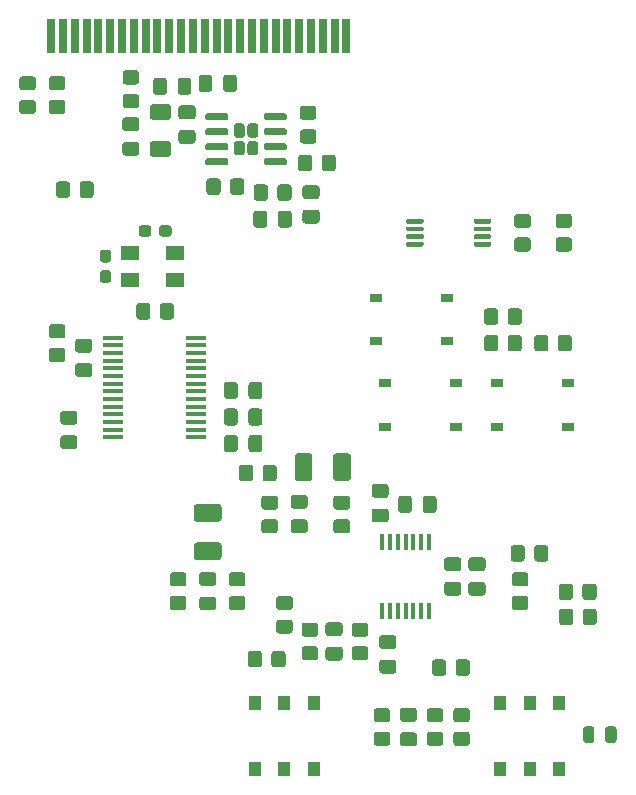
<source format=gtp>
G04 #@! TF.GenerationSoftware,KiCad,Pcbnew,(5.1.7)-1*
G04 #@! TF.CreationDate,2022-01-01T19:06:31+01:00*
G04 #@! TF.ProjectId,expressDAC,65787072-6573-4734-9441-432e6b696361,rev?*
G04 #@! TF.SameCoordinates,Original*
G04 #@! TF.FileFunction,Paste,Top*
G04 #@! TF.FilePolarity,Positive*
%FSLAX46Y46*%
G04 Gerber Fmt 4.6, Leading zero omitted, Abs format (unit mm)*
G04 Created by KiCad (PCBNEW (5.1.7)-1) date 2022-01-01 19:06:31*
%MOMM*%
%LPD*%
G01*
G04 APERTURE LIST*
%ADD10R,0.700000X3.000000*%
%ADD11R,1.000000X1.150000*%
%ADD12R,1.000000X0.700000*%
%ADD13R,1.800000X0.450000*%
%ADD14R,0.450000X1.475000*%
%ADD15R,1.600000X1.300000*%
G04 APERTURE END LIST*
D10*
X72000000Y-39500000D03*
X71000000Y-39500000D03*
X70000000Y-39500000D03*
X69000000Y-39500000D03*
X68000000Y-39500000D03*
X67000000Y-39500000D03*
X66000000Y-39500000D03*
X65000000Y-39500000D03*
X64000000Y-39500000D03*
X63000000Y-39500000D03*
X62000000Y-39500000D03*
X61000000Y-39500000D03*
X60000000Y-39500000D03*
X59000000Y-39500000D03*
X58000000Y-39500000D03*
X57000000Y-39500000D03*
X56000000Y-39500000D03*
X55000000Y-39500000D03*
X54000000Y-39500000D03*
X53000000Y-39500000D03*
X52000000Y-39500000D03*
X51000000Y-39500000D03*
X50000000Y-39500000D03*
X49000000Y-39500000D03*
X48000000Y-39500000D03*
X47000000Y-39500000D03*
G36*
G01*
X75975000Y-93475000D02*
X75025000Y-93475000D01*
G75*
G02*
X74775000Y-93225000I0J250000D01*
G01*
X74775000Y-92550000D01*
G75*
G02*
X75025000Y-92300000I250000J0D01*
G01*
X75975000Y-92300000D01*
G75*
G02*
X76225000Y-92550000I0J-250000D01*
G01*
X76225000Y-93225000D01*
G75*
G02*
X75975000Y-93475000I-250000J0D01*
G01*
G37*
G36*
G01*
X75975000Y-91400000D02*
X75025000Y-91400000D01*
G75*
G02*
X74775000Y-91150000I0J250000D01*
G01*
X74775000Y-90475000D01*
G75*
G02*
X75025000Y-90225000I250000J0D01*
G01*
X75975000Y-90225000D01*
G75*
G02*
X76225000Y-90475000I0J-250000D01*
G01*
X76225000Y-91150000D01*
G75*
G02*
X75975000Y-91400000I-250000J0D01*
G01*
G37*
G36*
G01*
X92000000Y-89125001D02*
X92000000Y-88224999D01*
G75*
G02*
X92249999Y-87975000I249999J0D01*
G01*
X92950001Y-87975000D01*
G75*
G02*
X93200000Y-88224999I0J-249999D01*
G01*
X93200000Y-89125001D01*
G75*
G02*
X92950001Y-89375000I-249999J0D01*
G01*
X92249999Y-89375000D01*
G75*
G02*
X92000000Y-89125001I0J249999D01*
G01*
G37*
G36*
G01*
X90000000Y-89125001D02*
X90000000Y-88224999D01*
G75*
G02*
X90249999Y-87975000I249999J0D01*
G01*
X90950001Y-87975000D01*
G75*
G02*
X91200000Y-88224999I0J-249999D01*
G01*
X91200000Y-89125001D01*
G75*
G02*
X90950001Y-89375000I-249999J0D01*
G01*
X90249999Y-89375000D01*
G75*
G02*
X90000000Y-89125001I0J249999D01*
G01*
G37*
G36*
G01*
X91175000Y-86099999D02*
X91175000Y-87000001D01*
G75*
G02*
X90925001Y-87250000I-249999J0D01*
G01*
X90224999Y-87250000D01*
G75*
G02*
X89975000Y-87000001I0J249999D01*
G01*
X89975000Y-86099999D01*
G75*
G02*
X90224999Y-85850000I249999J0D01*
G01*
X90925001Y-85850000D01*
G75*
G02*
X91175000Y-86099999I0J-249999D01*
G01*
G37*
G36*
G01*
X93175000Y-86099999D02*
X93175000Y-87000001D01*
G75*
G02*
X92925001Y-87250000I-249999J0D01*
G01*
X92224999Y-87250000D01*
G75*
G02*
X91975000Y-87000001I0J249999D01*
G01*
X91975000Y-86099999D01*
G75*
G02*
X92224999Y-85850000I249999J0D01*
G01*
X92925001Y-85850000D01*
G75*
G02*
X93175000Y-86099999I0J-249999D01*
G01*
G37*
G36*
G01*
X93000000Y-98193750D02*
X93000000Y-99106250D01*
G75*
G02*
X92756250Y-99350000I-243750J0D01*
G01*
X92268750Y-99350000D01*
G75*
G02*
X92025000Y-99106250I0J243750D01*
G01*
X92025000Y-98193750D01*
G75*
G02*
X92268750Y-97950000I243750J0D01*
G01*
X92756250Y-97950000D01*
G75*
G02*
X93000000Y-98193750I0J-243750D01*
G01*
G37*
G36*
G01*
X94875000Y-98193750D02*
X94875000Y-99106250D01*
G75*
G02*
X94631250Y-99350000I-243750J0D01*
G01*
X94143750Y-99350000D01*
G75*
G02*
X93900000Y-99106250I0J243750D01*
G01*
X93900000Y-98193750D01*
G75*
G02*
X94143750Y-97950000I243750J0D01*
G01*
X94631250Y-97950000D01*
G75*
G02*
X94875000Y-98193750I0J-243750D01*
G01*
G37*
G36*
G01*
X63390000Y-47125000D02*
X63390000Y-47875000D01*
G75*
G02*
X63160000Y-48105000I-230000J0D01*
G01*
X62700000Y-48105000D01*
G75*
G02*
X62470000Y-47875000I0J230000D01*
G01*
X62470000Y-47125000D01*
G75*
G02*
X62700000Y-46895000I230000J0D01*
G01*
X63160000Y-46895000D01*
G75*
G02*
X63390000Y-47125000I0J-230000D01*
G01*
G37*
G36*
G01*
X63390000Y-48625000D02*
X63390000Y-49375000D01*
G75*
G02*
X63160000Y-49605000I-230000J0D01*
G01*
X62700000Y-49605000D01*
G75*
G02*
X62470000Y-49375000I0J230000D01*
G01*
X62470000Y-48625000D01*
G75*
G02*
X62700000Y-48395000I230000J0D01*
G01*
X63160000Y-48395000D01*
G75*
G02*
X63390000Y-48625000I0J-230000D01*
G01*
G37*
G36*
G01*
X64530000Y-47125000D02*
X64530000Y-47875000D01*
G75*
G02*
X64300000Y-48105000I-230000J0D01*
G01*
X63840000Y-48105000D01*
G75*
G02*
X63610000Y-47875000I0J230000D01*
G01*
X63610000Y-47125000D01*
G75*
G02*
X63840000Y-46895000I230000J0D01*
G01*
X64300000Y-46895000D01*
G75*
G02*
X64530000Y-47125000I0J-230000D01*
G01*
G37*
G36*
G01*
X64530000Y-48625000D02*
X64530000Y-49375000D01*
G75*
G02*
X64300000Y-49605000I-230000J0D01*
G01*
X63840000Y-49605000D01*
G75*
G02*
X63610000Y-49375000I0J230000D01*
G01*
X63610000Y-48625000D01*
G75*
G02*
X63840000Y-48395000I230000J0D01*
G01*
X64300000Y-48395000D01*
G75*
G02*
X64530000Y-48625000I0J-230000D01*
G01*
G37*
G36*
G01*
X62000000Y-50005000D02*
X62000000Y-50305000D01*
G75*
G02*
X61850000Y-50455000I-150000J0D01*
G01*
X60200000Y-50455000D01*
G75*
G02*
X60050000Y-50305000I0J150000D01*
G01*
X60050000Y-50005000D01*
G75*
G02*
X60200000Y-49855000I150000J0D01*
G01*
X61850000Y-49855000D01*
G75*
G02*
X62000000Y-50005000I0J-150000D01*
G01*
G37*
G36*
G01*
X62000000Y-48735000D02*
X62000000Y-49035000D01*
G75*
G02*
X61850000Y-49185000I-150000J0D01*
G01*
X60200000Y-49185000D01*
G75*
G02*
X60050000Y-49035000I0J150000D01*
G01*
X60050000Y-48735000D01*
G75*
G02*
X60200000Y-48585000I150000J0D01*
G01*
X61850000Y-48585000D01*
G75*
G02*
X62000000Y-48735000I0J-150000D01*
G01*
G37*
G36*
G01*
X62000000Y-47465000D02*
X62000000Y-47765000D01*
G75*
G02*
X61850000Y-47915000I-150000J0D01*
G01*
X60200000Y-47915000D01*
G75*
G02*
X60050000Y-47765000I0J150000D01*
G01*
X60050000Y-47465000D01*
G75*
G02*
X60200000Y-47315000I150000J0D01*
G01*
X61850000Y-47315000D01*
G75*
G02*
X62000000Y-47465000I0J-150000D01*
G01*
G37*
G36*
G01*
X62000000Y-46195000D02*
X62000000Y-46495000D01*
G75*
G02*
X61850000Y-46645000I-150000J0D01*
G01*
X60200000Y-46645000D01*
G75*
G02*
X60050000Y-46495000I0J150000D01*
G01*
X60050000Y-46195000D01*
G75*
G02*
X60200000Y-46045000I150000J0D01*
G01*
X61850000Y-46045000D01*
G75*
G02*
X62000000Y-46195000I0J-150000D01*
G01*
G37*
G36*
G01*
X66950000Y-46195000D02*
X66950000Y-46495000D01*
G75*
G02*
X66800000Y-46645000I-150000J0D01*
G01*
X65150000Y-46645000D01*
G75*
G02*
X65000000Y-46495000I0J150000D01*
G01*
X65000000Y-46195000D01*
G75*
G02*
X65150000Y-46045000I150000J0D01*
G01*
X66800000Y-46045000D01*
G75*
G02*
X66950000Y-46195000I0J-150000D01*
G01*
G37*
G36*
G01*
X66950000Y-47465000D02*
X66950000Y-47765000D01*
G75*
G02*
X66800000Y-47915000I-150000J0D01*
G01*
X65150000Y-47915000D01*
G75*
G02*
X65000000Y-47765000I0J150000D01*
G01*
X65000000Y-47465000D01*
G75*
G02*
X65150000Y-47315000I150000J0D01*
G01*
X66800000Y-47315000D01*
G75*
G02*
X66950000Y-47465000I0J-150000D01*
G01*
G37*
G36*
G01*
X66950000Y-48735000D02*
X66950000Y-49035000D01*
G75*
G02*
X66800000Y-49185000I-150000J0D01*
G01*
X65150000Y-49185000D01*
G75*
G02*
X65000000Y-49035000I0J150000D01*
G01*
X65000000Y-48735000D01*
G75*
G02*
X65150000Y-48585000I150000J0D01*
G01*
X66800000Y-48585000D01*
G75*
G02*
X66950000Y-48735000I0J-150000D01*
G01*
G37*
G36*
G01*
X66950000Y-50005000D02*
X66950000Y-50305000D01*
G75*
G02*
X66800000Y-50455000I-150000J0D01*
G01*
X65150000Y-50455000D01*
G75*
G02*
X65000000Y-50305000I0J150000D01*
G01*
X65000000Y-50005000D01*
G75*
G02*
X65150000Y-49855000I150000J0D01*
G01*
X66800000Y-49855000D01*
G75*
G02*
X66950000Y-50005000I0J-150000D01*
G01*
G37*
G36*
G01*
X66200000Y-55475000D02*
X66200000Y-54525000D01*
G75*
G02*
X66450000Y-54275000I250000J0D01*
G01*
X67125000Y-54275000D01*
G75*
G02*
X67375000Y-54525000I0J-250000D01*
G01*
X67375000Y-55475000D01*
G75*
G02*
X67125000Y-55725000I-250000J0D01*
G01*
X66450000Y-55725000D01*
G75*
G02*
X66200000Y-55475000I0J250000D01*
G01*
G37*
G36*
G01*
X64125000Y-55475000D02*
X64125000Y-54525000D01*
G75*
G02*
X64375000Y-54275000I250000J0D01*
G01*
X65050000Y-54275000D01*
G75*
G02*
X65300000Y-54525000I0J-250000D01*
G01*
X65300000Y-55475000D01*
G75*
G02*
X65050000Y-55725000I-250000J0D01*
G01*
X64375000Y-55725000D01*
G75*
G02*
X64125000Y-55475000I0J250000D01*
G01*
G37*
G36*
G01*
X68525000Y-52125000D02*
X69475000Y-52125000D01*
G75*
G02*
X69725000Y-52375000I0J-250000D01*
G01*
X69725000Y-53050000D01*
G75*
G02*
X69475000Y-53300000I-250000J0D01*
G01*
X68525000Y-53300000D01*
G75*
G02*
X68275000Y-53050000I0J250000D01*
G01*
X68275000Y-52375000D01*
G75*
G02*
X68525000Y-52125000I250000J0D01*
G01*
G37*
G36*
G01*
X68525000Y-54200000D02*
X69475000Y-54200000D01*
G75*
G02*
X69725000Y-54450000I0J-250000D01*
G01*
X69725000Y-55125000D01*
G75*
G02*
X69475000Y-55375000I-250000J0D01*
G01*
X68525000Y-55375000D01*
G75*
G02*
X68275000Y-55125000I0J250000D01*
G01*
X68275000Y-54450000D01*
G75*
G02*
X68525000Y-54200000I250000J0D01*
G01*
G37*
G36*
G01*
X57700000Y-44225000D02*
X57700000Y-43275000D01*
G75*
G02*
X57950000Y-43025000I250000J0D01*
G01*
X58625000Y-43025000D01*
G75*
G02*
X58875000Y-43275000I0J-250000D01*
G01*
X58875000Y-44225000D01*
G75*
G02*
X58625000Y-44475000I-250000J0D01*
G01*
X57950000Y-44475000D01*
G75*
G02*
X57700000Y-44225000I0J250000D01*
G01*
G37*
G36*
G01*
X55625000Y-44225000D02*
X55625000Y-43275000D01*
G75*
G02*
X55875000Y-43025000I250000J0D01*
G01*
X56550000Y-43025000D01*
G75*
G02*
X56800000Y-43275000I0J-250000D01*
G01*
X56800000Y-44225000D01*
G75*
G02*
X56550000Y-44475000I-250000J0D01*
G01*
X55875000Y-44475000D01*
G75*
G02*
X55625000Y-44225000I0J250000D01*
G01*
G37*
G36*
G01*
X54225000Y-47550000D02*
X53275000Y-47550000D01*
G75*
G02*
X53025000Y-47300000I0J250000D01*
G01*
X53025000Y-46625000D01*
G75*
G02*
X53275000Y-46375000I250000J0D01*
G01*
X54225000Y-46375000D01*
G75*
G02*
X54475000Y-46625000I0J-250000D01*
G01*
X54475000Y-47300000D01*
G75*
G02*
X54225000Y-47550000I-250000J0D01*
G01*
G37*
G36*
G01*
X54225000Y-49625000D02*
X53275000Y-49625000D01*
G75*
G02*
X53025000Y-49375000I0J250000D01*
G01*
X53025000Y-48700000D01*
G75*
G02*
X53275000Y-48450000I250000J0D01*
G01*
X54225000Y-48450000D01*
G75*
G02*
X54475000Y-48700000I0J-250000D01*
G01*
X54475000Y-49375000D01*
G75*
G02*
X54225000Y-49625000I-250000J0D01*
G01*
G37*
G36*
G01*
X58975000Y-48625000D02*
X58025000Y-48625000D01*
G75*
G02*
X57775000Y-48375000I0J250000D01*
G01*
X57775000Y-47700000D01*
G75*
G02*
X58025000Y-47450000I250000J0D01*
G01*
X58975000Y-47450000D01*
G75*
G02*
X59225000Y-47700000I0J-250000D01*
G01*
X59225000Y-48375000D01*
G75*
G02*
X58975000Y-48625000I-250000J0D01*
G01*
G37*
G36*
G01*
X58975000Y-46550000D02*
X58025000Y-46550000D01*
G75*
G02*
X57775000Y-46300000I0J250000D01*
G01*
X57775000Y-45625000D01*
G75*
G02*
X58025000Y-45375000I250000J0D01*
G01*
X58975000Y-45375000D01*
G75*
G02*
X59225000Y-45625000I0J-250000D01*
G01*
X59225000Y-46300000D01*
G75*
G02*
X58975000Y-46550000I-250000J0D01*
G01*
G37*
G36*
G01*
X50225000Y-68375000D02*
X49275000Y-68375000D01*
G75*
G02*
X49025000Y-68125000I0J250000D01*
G01*
X49025000Y-67450000D01*
G75*
G02*
X49275000Y-67200000I250000J0D01*
G01*
X50225000Y-67200000D01*
G75*
G02*
X50475000Y-67450000I0J-250000D01*
G01*
X50475000Y-68125000D01*
G75*
G02*
X50225000Y-68375000I-250000J0D01*
G01*
G37*
G36*
G01*
X50225000Y-66300000D02*
X49275000Y-66300000D01*
G75*
G02*
X49025000Y-66050000I0J250000D01*
G01*
X49025000Y-65375000D01*
G75*
G02*
X49275000Y-65125000I250000J0D01*
G01*
X50225000Y-65125000D01*
G75*
G02*
X50475000Y-65375000I0J-250000D01*
G01*
X50475000Y-66050000D01*
G75*
G02*
X50225000Y-66300000I-250000J0D01*
G01*
G37*
G36*
G01*
X48975000Y-72400000D02*
X48025000Y-72400000D01*
G75*
G02*
X47775000Y-72150000I0J250000D01*
G01*
X47775000Y-71475000D01*
G75*
G02*
X48025000Y-71225000I250000J0D01*
G01*
X48975000Y-71225000D01*
G75*
G02*
X49225000Y-71475000I0J-250000D01*
G01*
X49225000Y-72150000D01*
G75*
G02*
X48975000Y-72400000I-250000J0D01*
G01*
G37*
G36*
G01*
X48975000Y-74475000D02*
X48025000Y-74475000D01*
G75*
G02*
X47775000Y-74225000I0J250000D01*
G01*
X47775000Y-73550000D01*
G75*
G02*
X48025000Y-73300000I250000J0D01*
G01*
X48975000Y-73300000D01*
G75*
G02*
X49225000Y-73550000I0J-250000D01*
G01*
X49225000Y-74225000D01*
G75*
G02*
X48975000Y-74475000I-250000J0D01*
G01*
G37*
G36*
G01*
X61625000Y-72225000D02*
X61625000Y-71275000D01*
G75*
G02*
X61875000Y-71025000I250000J0D01*
G01*
X62550000Y-71025000D01*
G75*
G02*
X62800000Y-71275000I0J-250000D01*
G01*
X62800000Y-72225000D01*
G75*
G02*
X62550000Y-72475000I-250000J0D01*
G01*
X61875000Y-72475000D01*
G75*
G02*
X61625000Y-72225000I0J250000D01*
G01*
G37*
G36*
G01*
X63700000Y-72225000D02*
X63700000Y-71275000D01*
G75*
G02*
X63950000Y-71025000I250000J0D01*
G01*
X64625000Y-71025000D01*
G75*
G02*
X64875000Y-71275000I0J-250000D01*
G01*
X64875000Y-72225000D01*
G75*
G02*
X64625000Y-72475000I-250000J0D01*
G01*
X63950000Y-72475000D01*
G75*
G02*
X63700000Y-72225000I0J250000D01*
G01*
G37*
G36*
G01*
X61625000Y-69975000D02*
X61625000Y-69025000D01*
G75*
G02*
X61875000Y-68775000I250000J0D01*
G01*
X62550000Y-68775000D01*
G75*
G02*
X62800000Y-69025000I0J-250000D01*
G01*
X62800000Y-69975000D01*
G75*
G02*
X62550000Y-70225000I-250000J0D01*
G01*
X61875000Y-70225000D01*
G75*
G02*
X61625000Y-69975000I0J250000D01*
G01*
G37*
G36*
G01*
X63700000Y-69975000D02*
X63700000Y-69025000D01*
G75*
G02*
X63950000Y-68775000I250000J0D01*
G01*
X64625000Y-68775000D01*
G75*
G02*
X64875000Y-69025000I0J-250000D01*
G01*
X64875000Y-69975000D01*
G75*
G02*
X64625000Y-70225000I-250000J0D01*
G01*
X63950000Y-70225000D01*
G75*
G02*
X63700000Y-69975000I0J250000D01*
G01*
G37*
G36*
G01*
X63700000Y-74475000D02*
X63700000Y-73525000D01*
G75*
G02*
X63950000Y-73275000I250000J0D01*
G01*
X64625000Y-73275000D01*
G75*
G02*
X64875000Y-73525000I0J-250000D01*
G01*
X64875000Y-74475000D01*
G75*
G02*
X64625000Y-74725000I-250000J0D01*
G01*
X63950000Y-74725000D01*
G75*
G02*
X63700000Y-74475000I0J250000D01*
G01*
G37*
G36*
G01*
X61625000Y-74475000D02*
X61625000Y-73525000D01*
G75*
G02*
X61875000Y-73275000I250000J0D01*
G01*
X62550000Y-73275000D01*
G75*
G02*
X62800000Y-73525000I0J-250000D01*
G01*
X62800000Y-74475000D01*
G75*
G02*
X62550000Y-74725000I-250000J0D01*
G01*
X61875000Y-74725000D01*
G75*
G02*
X61625000Y-74475000I0J250000D01*
G01*
G37*
G36*
G01*
X60725000Y-86050000D02*
X59775000Y-86050000D01*
G75*
G02*
X59525000Y-85800000I0J250000D01*
G01*
X59525000Y-85125000D01*
G75*
G02*
X59775000Y-84875000I250000J0D01*
G01*
X60725000Y-84875000D01*
G75*
G02*
X60975000Y-85125000I0J-250000D01*
G01*
X60975000Y-85800000D01*
G75*
G02*
X60725000Y-86050000I-250000J0D01*
G01*
G37*
G36*
G01*
X60725000Y-88125000D02*
X59775000Y-88125000D01*
G75*
G02*
X59525000Y-87875000I0J250000D01*
G01*
X59525000Y-87200000D01*
G75*
G02*
X59775000Y-86950000I250000J0D01*
G01*
X60725000Y-86950000D01*
G75*
G02*
X60975000Y-87200000I0J-250000D01*
G01*
X60975000Y-87875000D01*
G75*
G02*
X60725000Y-88125000I-250000J0D01*
G01*
G37*
G36*
G01*
X61175000Y-80625000D02*
X59325000Y-80625000D01*
G75*
G02*
X59075000Y-80375000I0J250000D01*
G01*
X59075000Y-79375000D01*
G75*
G02*
X59325000Y-79125000I250000J0D01*
G01*
X61175000Y-79125000D01*
G75*
G02*
X61425000Y-79375000I0J-250000D01*
G01*
X61425000Y-80375000D01*
G75*
G02*
X61175000Y-80625000I-250000J0D01*
G01*
G37*
G36*
G01*
X61175000Y-83875000D02*
X59325000Y-83875000D01*
G75*
G02*
X59075000Y-83625000I0J250000D01*
G01*
X59075000Y-82625000D01*
G75*
G02*
X59325000Y-82375000I250000J0D01*
G01*
X61175000Y-82375000D01*
G75*
G02*
X61425000Y-82625000I0J-250000D01*
G01*
X61425000Y-83625000D01*
G75*
G02*
X61175000Y-83875000I-250000J0D01*
G01*
G37*
G36*
G01*
X71425000Y-92375000D02*
X70475000Y-92375000D01*
G75*
G02*
X70225000Y-92125000I0J250000D01*
G01*
X70225000Y-91450000D01*
G75*
G02*
X70475000Y-91200000I250000J0D01*
G01*
X71425000Y-91200000D01*
G75*
G02*
X71675000Y-91450000I0J-250000D01*
G01*
X71675000Y-92125000D01*
G75*
G02*
X71425000Y-92375000I-250000J0D01*
G01*
G37*
G36*
G01*
X71425000Y-90300000D02*
X70475000Y-90300000D01*
G75*
G02*
X70225000Y-90050000I0J250000D01*
G01*
X70225000Y-89375000D01*
G75*
G02*
X70475000Y-89125000I250000J0D01*
G01*
X71425000Y-89125000D01*
G75*
G02*
X71675000Y-89375000I0J-250000D01*
G01*
X71675000Y-90050000D01*
G75*
G02*
X71425000Y-90300000I-250000J0D01*
G01*
G37*
G36*
G01*
X74375000Y-79500000D02*
X75325000Y-79500000D01*
G75*
G02*
X75575000Y-79750000I0J-250000D01*
G01*
X75575000Y-80425000D01*
G75*
G02*
X75325000Y-80675000I-250000J0D01*
G01*
X74375000Y-80675000D01*
G75*
G02*
X74125000Y-80425000I0J250000D01*
G01*
X74125000Y-79750000D01*
G75*
G02*
X74375000Y-79500000I250000J0D01*
G01*
G37*
G36*
G01*
X74375000Y-77425000D02*
X75325000Y-77425000D01*
G75*
G02*
X75575000Y-77675000I0J-250000D01*
G01*
X75575000Y-78350000D01*
G75*
G02*
X75325000Y-78600000I-250000J0D01*
G01*
X74375000Y-78600000D01*
G75*
G02*
X74125000Y-78350000I0J250000D01*
G01*
X74125000Y-77675000D01*
G75*
G02*
X74375000Y-77425000I250000J0D01*
G01*
G37*
G36*
G01*
X79625000Y-78675000D02*
X79625000Y-79625000D01*
G75*
G02*
X79375000Y-79875000I-250000J0D01*
G01*
X78700000Y-79875000D01*
G75*
G02*
X78450000Y-79625000I0J250000D01*
G01*
X78450000Y-78675000D01*
G75*
G02*
X78700000Y-78425000I250000J0D01*
G01*
X79375000Y-78425000D01*
G75*
G02*
X79625000Y-78675000I0J-250000D01*
G01*
G37*
G36*
G01*
X77550000Y-78675000D02*
X77550000Y-79625000D01*
G75*
G02*
X77300000Y-79875000I-250000J0D01*
G01*
X76625000Y-79875000D01*
G75*
G02*
X76375000Y-79625000I0J250000D01*
G01*
X76375000Y-78675000D01*
G75*
G02*
X76625000Y-78425000I250000J0D01*
G01*
X77300000Y-78425000D01*
G75*
G02*
X77550000Y-78675000I0J-250000D01*
G01*
G37*
G36*
G01*
X83525000Y-86875000D02*
X82575000Y-86875000D01*
G75*
G02*
X82325000Y-86625000I0J250000D01*
G01*
X82325000Y-85950000D01*
G75*
G02*
X82575000Y-85700000I250000J0D01*
G01*
X83525000Y-85700000D01*
G75*
G02*
X83775000Y-85950000I0J-250000D01*
G01*
X83775000Y-86625000D01*
G75*
G02*
X83525000Y-86875000I-250000J0D01*
G01*
G37*
G36*
G01*
X83525000Y-84800000D02*
X82575000Y-84800000D01*
G75*
G02*
X82325000Y-84550000I0J250000D01*
G01*
X82325000Y-83875000D01*
G75*
G02*
X82575000Y-83625000I250000J0D01*
G01*
X83525000Y-83625000D01*
G75*
G02*
X83775000Y-83875000I0J-250000D01*
G01*
X83775000Y-84550000D01*
G75*
G02*
X83525000Y-84800000I-250000J0D01*
G01*
G37*
G36*
G01*
X76775000Y-98450000D02*
X77725000Y-98450000D01*
G75*
G02*
X77975000Y-98700000I0J-250000D01*
G01*
X77975000Y-99375000D01*
G75*
G02*
X77725000Y-99625000I-250000J0D01*
G01*
X76775000Y-99625000D01*
G75*
G02*
X76525000Y-99375000I0J250000D01*
G01*
X76525000Y-98700000D01*
G75*
G02*
X76775000Y-98450000I250000J0D01*
G01*
G37*
G36*
G01*
X76775000Y-96375000D02*
X77725000Y-96375000D01*
G75*
G02*
X77975000Y-96625000I0J-250000D01*
G01*
X77975000Y-97300000D01*
G75*
G02*
X77725000Y-97550000I-250000J0D01*
G01*
X76775000Y-97550000D01*
G75*
G02*
X76525000Y-97300000I0J250000D01*
G01*
X76525000Y-96625000D01*
G75*
G02*
X76775000Y-96375000I250000J0D01*
G01*
G37*
G36*
G01*
X67625000Y-76925000D02*
X67625000Y-75075000D01*
G75*
G02*
X67875000Y-74825000I250000J0D01*
G01*
X68875000Y-74825000D01*
G75*
G02*
X69125000Y-75075000I0J-250000D01*
G01*
X69125000Y-76925000D01*
G75*
G02*
X68875000Y-77175000I-250000J0D01*
G01*
X67875000Y-77175000D01*
G75*
G02*
X67625000Y-76925000I0J250000D01*
G01*
G37*
G36*
G01*
X70875000Y-76925000D02*
X70875000Y-75075000D01*
G75*
G02*
X71125000Y-74825000I250000J0D01*
G01*
X72125000Y-74825000D01*
G75*
G02*
X72375000Y-75075000I0J-250000D01*
G01*
X72375000Y-76925000D01*
G75*
G02*
X72125000Y-77175000I-250000J0D01*
G01*
X71125000Y-77175000D01*
G75*
G02*
X70875000Y-76925000I0J250000D01*
G01*
G37*
G36*
G01*
X81475000Y-86875000D02*
X80525000Y-86875000D01*
G75*
G02*
X80275000Y-86625000I0J250000D01*
G01*
X80275000Y-85950000D01*
G75*
G02*
X80525000Y-85700000I250000J0D01*
G01*
X81475000Y-85700000D01*
G75*
G02*
X81725000Y-85950000I0J-250000D01*
G01*
X81725000Y-86625000D01*
G75*
G02*
X81475000Y-86875000I-250000J0D01*
G01*
G37*
G36*
G01*
X81475000Y-84800000D02*
X80525000Y-84800000D01*
G75*
G02*
X80275000Y-84550000I0J250000D01*
G01*
X80275000Y-83875000D01*
G75*
G02*
X80525000Y-83625000I250000J0D01*
G01*
X81475000Y-83625000D01*
G75*
G02*
X81725000Y-83875000I0J-250000D01*
G01*
X81725000Y-84550000D01*
G75*
G02*
X81475000Y-84800000I-250000J0D01*
G01*
G37*
G36*
G01*
X68475000Y-81587500D02*
X67525000Y-81587500D01*
G75*
G02*
X67275000Y-81337500I0J250000D01*
G01*
X67275000Y-80662500D01*
G75*
G02*
X67525000Y-80412500I250000J0D01*
G01*
X68475000Y-80412500D01*
G75*
G02*
X68725000Y-80662500I0J-250000D01*
G01*
X68725000Y-81337500D01*
G75*
G02*
X68475000Y-81587500I-250000J0D01*
G01*
G37*
G36*
G01*
X68475000Y-79512500D02*
X67525000Y-79512500D01*
G75*
G02*
X67275000Y-79262500I0J250000D01*
G01*
X67275000Y-78587500D01*
G75*
G02*
X67525000Y-78337500I250000J0D01*
G01*
X68475000Y-78337500D01*
G75*
G02*
X68725000Y-78587500I0J-250000D01*
G01*
X68725000Y-79262500D01*
G75*
G02*
X68475000Y-79512500I-250000J0D01*
G01*
G37*
G36*
G01*
X51837500Y-60400000D02*
X51362500Y-60400000D01*
G75*
G02*
X51125000Y-60162500I0J237500D01*
G01*
X51125000Y-59562500D01*
G75*
G02*
X51362500Y-59325000I237500J0D01*
G01*
X51837500Y-59325000D01*
G75*
G02*
X52075000Y-59562500I0J-237500D01*
G01*
X52075000Y-60162500D01*
G75*
G02*
X51837500Y-60400000I-237500J0D01*
G01*
G37*
G36*
G01*
X51837500Y-58675000D02*
X51362500Y-58675000D01*
G75*
G02*
X51125000Y-58437500I0J237500D01*
G01*
X51125000Y-57837500D01*
G75*
G02*
X51362500Y-57600000I237500J0D01*
G01*
X51837500Y-57600000D01*
G75*
G02*
X52075000Y-57837500I0J-237500D01*
G01*
X52075000Y-58437500D01*
G75*
G02*
X51837500Y-58675000I-237500J0D01*
G01*
G37*
G36*
G01*
X55475000Y-55762500D02*
X55475000Y-56237500D01*
G75*
G02*
X55237500Y-56475000I-237500J0D01*
G01*
X54637500Y-56475000D01*
G75*
G02*
X54400000Y-56237500I0J237500D01*
G01*
X54400000Y-55762500D01*
G75*
G02*
X54637500Y-55525000I237500J0D01*
G01*
X55237500Y-55525000D01*
G75*
G02*
X55475000Y-55762500I0J-237500D01*
G01*
G37*
G36*
G01*
X57200000Y-55762500D02*
X57200000Y-56237500D01*
G75*
G02*
X56962500Y-56475000I-237500J0D01*
G01*
X56362500Y-56475000D01*
G75*
G02*
X56125000Y-56237500I0J237500D01*
G01*
X56125000Y-55762500D01*
G75*
G02*
X56362500Y-55525000I237500J0D01*
G01*
X56962500Y-55525000D01*
G75*
G02*
X57200000Y-55762500I0J-237500D01*
G01*
G37*
G36*
G01*
X61550000Y-43975000D02*
X61550000Y-43025000D01*
G75*
G02*
X61800000Y-42775000I250000J0D01*
G01*
X62475000Y-42775000D01*
G75*
G02*
X62725000Y-43025000I0J-250000D01*
G01*
X62725000Y-43975000D01*
G75*
G02*
X62475000Y-44225000I-250000J0D01*
G01*
X61800000Y-44225000D01*
G75*
G02*
X61550000Y-43975000I0J250000D01*
G01*
G37*
G36*
G01*
X59475000Y-43975000D02*
X59475000Y-43025000D01*
G75*
G02*
X59725000Y-42775000I250000J0D01*
G01*
X60400000Y-42775000D01*
G75*
G02*
X60650000Y-43025000I0J-250000D01*
G01*
X60650000Y-43975000D01*
G75*
G02*
X60400000Y-44225000I-250000J0D01*
G01*
X59725000Y-44225000D01*
G75*
G02*
X59475000Y-43975000I0J250000D01*
G01*
G37*
G36*
G01*
X56900001Y-49725000D02*
X55599999Y-49725000D01*
G75*
G02*
X55350000Y-49475001I0J249999D01*
G01*
X55350000Y-48649999D01*
G75*
G02*
X55599999Y-48400000I249999J0D01*
G01*
X56900001Y-48400000D01*
G75*
G02*
X57150000Y-48649999I0J-249999D01*
G01*
X57150000Y-49475001D01*
G75*
G02*
X56900001Y-49725000I-249999J0D01*
G01*
G37*
G36*
G01*
X56900001Y-46600000D02*
X55599999Y-46600000D01*
G75*
G02*
X55350000Y-46350001I0J249999D01*
G01*
X55350000Y-45524999D01*
G75*
G02*
X55599999Y-45275000I249999J0D01*
G01*
X56900001Y-45275000D01*
G75*
G02*
X57150000Y-45524999I0J-249999D01*
G01*
X57150000Y-46350001D01*
G75*
G02*
X56900001Y-46600000I-249999J0D01*
G01*
G37*
G36*
G01*
X60150000Y-52700001D02*
X60150000Y-51799999D01*
G75*
G02*
X60399999Y-51550000I249999J0D01*
G01*
X61100001Y-51550000D01*
G75*
G02*
X61350000Y-51799999I0J-249999D01*
G01*
X61350000Y-52700001D01*
G75*
G02*
X61100001Y-52950000I-249999J0D01*
G01*
X60399999Y-52950000D01*
G75*
G02*
X60150000Y-52700001I0J249999D01*
G01*
G37*
G36*
G01*
X62150000Y-52700001D02*
X62150000Y-51799999D01*
G75*
G02*
X62399999Y-51550000I249999J0D01*
G01*
X63100001Y-51550000D01*
G75*
G02*
X63350000Y-51799999I0J-249999D01*
G01*
X63350000Y-52700001D01*
G75*
G02*
X63100001Y-52950000I-249999J0D01*
G01*
X62399999Y-52950000D01*
G75*
G02*
X62150000Y-52700001I0J249999D01*
G01*
G37*
G36*
G01*
X68299999Y-45400000D02*
X69200001Y-45400000D01*
G75*
G02*
X69450000Y-45649999I0J-249999D01*
G01*
X69450000Y-46350001D01*
G75*
G02*
X69200001Y-46600000I-249999J0D01*
G01*
X68299999Y-46600000D01*
G75*
G02*
X68050000Y-46350001I0J249999D01*
G01*
X68050000Y-45649999D01*
G75*
G02*
X68299999Y-45400000I249999J0D01*
G01*
G37*
G36*
G01*
X68299999Y-47400000D02*
X69200001Y-47400000D01*
G75*
G02*
X69450000Y-47649999I0J-249999D01*
G01*
X69450000Y-48350001D01*
G75*
G02*
X69200001Y-48600000I-249999J0D01*
G01*
X68299999Y-48600000D01*
G75*
G02*
X68050000Y-48350001I0J249999D01*
G01*
X68050000Y-47649999D01*
G75*
G02*
X68299999Y-47400000I249999J0D01*
G01*
G37*
G36*
G01*
X69900000Y-50700001D02*
X69900000Y-49799999D01*
G75*
G02*
X70149999Y-49550000I249999J0D01*
G01*
X70850001Y-49550000D01*
G75*
G02*
X71100000Y-49799999I0J-249999D01*
G01*
X71100000Y-50700001D01*
G75*
G02*
X70850001Y-50950000I-249999J0D01*
G01*
X70149999Y-50950000D01*
G75*
G02*
X69900000Y-50700001I0J249999D01*
G01*
G37*
G36*
G01*
X67900000Y-50700001D02*
X67900000Y-49799999D01*
G75*
G02*
X68149999Y-49550000I249999J0D01*
G01*
X68850001Y-49550000D01*
G75*
G02*
X69100000Y-49799999I0J-249999D01*
G01*
X69100000Y-50700001D01*
G75*
G02*
X68850001Y-50950000I-249999J0D01*
G01*
X68149999Y-50950000D01*
G75*
G02*
X67900000Y-50700001I0J249999D01*
G01*
G37*
G36*
G01*
X64150000Y-53200001D02*
X64150000Y-52299999D01*
G75*
G02*
X64399999Y-52050000I249999J0D01*
G01*
X65100001Y-52050000D01*
G75*
G02*
X65350000Y-52299999I0J-249999D01*
G01*
X65350000Y-53200001D01*
G75*
G02*
X65100001Y-53450000I-249999J0D01*
G01*
X64399999Y-53450000D01*
G75*
G02*
X64150000Y-53200001I0J249999D01*
G01*
G37*
G36*
G01*
X66150000Y-53200001D02*
X66150000Y-52299999D01*
G75*
G02*
X66399999Y-52050000I249999J0D01*
G01*
X67100001Y-52050000D01*
G75*
G02*
X67350000Y-52299999I0J-249999D01*
G01*
X67350000Y-53200001D01*
G75*
G02*
X67100001Y-53450000I-249999J0D01*
G01*
X66399999Y-53450000D01*
G75*
G02*
X66150000Y-53200001I0J249999D01*
G01*
G37*
G36*
G01*
X86449999Y-54550000D02*
X87350001Y-54550000D01*
G75*
G02*
X87600000Y-54799999I0J-249999D01*
G01*
X87600000Y-55500001D01*
G75*
G02*
X87350001Y-55750000I-249999J0D01*
G01*
X86449999Y-55750000D01*
G75*
G02*
X86200000Y-55500001I0J249999D01*
G01*
X86200000Y-54799999D01*
G75*
G02*
X86449999Y-54550000I249999J0D01*
G01*
G37*
G36*
G01*
X86449999Y-56550000D02*
X87350001Y-56550000D01*
G75*
G02*
X87600000Y-56799999I0J-249999D01*
G01*
X87600000Y-57500001D01*
G75*
G02*
X87350001Y-57750000I-249999J0D01*
G01*
X86449999Y-57750000D01*
G75*
G02*
X86200000Y-57500001I0J249999D01*
G01*
X86200000Y-56799999D01*
G75*
G02*
X86449999Y-56550000I249999J0D01*
G01*
G37*
G36*
G01*
X53299999Y-42400000D02*
X54200001Y-42400000D01*
G75*
G02*
X54450000Y-42649999I0J-249999D01*
G01*
X54450000Y-43350001D01*
G75*
G02*
X54200001Y-43600000I-249999J0D01*
G01*
X53299999Y-43600000D01*
G75*
G02*
X53050000Y-43350001I0J249999D01*
G01*
X53050000Y-42649999D01*
G75*
G02*
X53299999Y-42400000I249999J0D01*
G01*
G37*
G36*
G01*
X53299999Y-44400000D02*
X54200001Y-44400000D01*
G75*
G02*
X54450000Y-44649999I0J-249999D01*
G01*
X54450000Y-45350001D01*
G75*
G02*
X54200001Y-45600000I-249999J0D01*
G01*
X53299999Y-45600000D01*
G75*
G02*
X53050000Y-45350001I0J249999D01*
G01*
X53050000Y-44649999D01*
G75*
G02*
X53299999Y-44400000I249999J0D01*
G01*
G37*
G36*
G01*
X89949999Y-54550000D02*
X90850001Y-54550000D01*
G75*
G02*
X91100000Y-54799999I0J-249999D01*
G01*
X91100000Y-55500001D01*
G75*
G02*
X90850001Y-55750000I-249999J0D01*
G01*
X89949999Y-55750000D01*
G75*
G02*
X89700000Y-55500001I0J249999D01*
G01*
X89700000Y-54799999D01*
G75*
G02*
X89949999Y-54550000I249999J0D01*
G01*
G37*
G36*
G01*
X89949999Y-56550000D02*
X90850001Y-56550000D01*
G75*
G02*
X91100000Y-56799999I0J-249999D01*
G01*
X91100000Y-57500001D01*
G75*
G02*
X90850001Y-57750000I-249999J0D01*
G01*
X89949999Y-57750000D01*
G75*
G02*
X89700000Y-57500001I0J249999D01*
G01*
X89700000Y-56799999D01*
G75*
G02*
X89949999Y-56550000I249999J0D01*
G01*
G37*
G36*
G01*
X45450001Y-46100000D02*
X44549999Y-46100000D01*
G75*
G02*
X44300000Y-45850001I0J249999D01*
G01*
X44300000Y-45149999D01*
G75*
G02*
X44549999Y-44900000I249999J0D01*
G01*
X45450001Y-44900000D01*
G75*
G02*
X45700000Y-45149999I0J-249999D01*
G01*
X45700000Y-45850001D01*
G75*
G02*
X45450001Y-46100000I-249999J0D01*
G01*
G37*
G36*
G01*
X45450001Y-44100000D02*
X44549999Y-44100000D01*
G75*
G02*
X44300000Y-43850001I0J249999D01*
G01*
X44300000Y-43149999D01*
G75*
G02*
X44549999Y-42900000I249999J0D01*
G01*
X45450001Y-42900000D01*
G75*
G02*
X45700000Y-43149999I0J-249999D01*
G01*
X45700000Y-43850001D01*
G75*
G02*
X45450001Y-44100000I-249999J0D01*
G01*
G37*
G36*
G01*
X47950001Y-44100000D02*
X47049999Y-44100000D01*
G75*
G02*
X46800000Y-43850001I0J249999D01*
G01*
X46800000Y-43149999D01*
G75*
G02*
X47049999Y-42900000I249999J0D01*
G01*
X47950001Y-42900000D01*
G75*
G02*
X48200000Y-43149999I0J-249999D01*
G01*
X48200000Y-43850001D01*
G75*
G02*
X47950001Y-44100000I-249999J0D01*
G01*
G37*
G36*
G01*
X47950001Y-46100000D02*
X47049999Y-46100000D01*
G75*
G02*
X46800000Y-45850001I0J249999D01*
G01*
X46800000Y-45149999D01*
G75*
G02*
X47049999Y-44900000I249999J0D01*
G01*
X47950001Y-44900000D01*
G75*
G02*
X48200000Y-45149999I0J-249999D01*
G01*
X48200000Y-45850001D01*
G75*
G02*
X47950001Y-46100000I-249999J0D01*
G01*
G37*
G36*
G01*
X47400000Y-52950001D02*
X47400000Y-52049999D01*
G75*
G02*
X47649999Y-51800000I249999J0D01*
G01*
X48350001Y-51800000D01*
G75*
G02*
X48600000Y-52049999I0J-249999D01*
G01*
X48600000Y-52950001D01*
G75*
G02*
X48350001Y-53200000I-249999J0D01*
G01*
X47649999Y-53200000D01*
G75*
G02*
X47400000Y-52950001I0J249999D01*
G01*
G37*
G36*
G01*
X49400000Y-52950001D02*
X49400000Y-52049999D01*
G75*
G02*
X49649999Y-51800000I249999J0D01*
G01*
X50350001Y-51800000D01*
G75*
G02*
X50600000Y-52049999I0J-249999D01*
G01*
X50600000Y-52950001D01*
G75*
G02*
X50350001Y-53200000I-249999J0D01*
G01*
X49649999Y-53200000D01*
G75*
G02*
X49400000Y-52950001I0J249999D01*
G01*
G37*
G36*
G01*
X47049999Y-63900000D02*
X47950001Y-63900000D01*
G75*
G02*
X48200000Y-64149999I0J-249999D01*
G01*
X48200000Y-64850001D01*
G75*
G02*
X47950001Y-65100000I-249999J0D01*
G01*
X47049999Y-65100000D01*
G75*
G02*
X46800000Y-64850001I0J249999D01*
G01*
X46800000Y-64149999D01*
G75*
G02*
X47049999Y-63900000I249999J0D01*
G01*
G37*
G36*
G01*
X47049999Y-65900000D02*
X47950001Y-65900000D01*
G75*
G02*
X48200000Y-66149999I0J-249999D01*
G01*
X48200000Y-66850001D01*
G75*
G02*
X47950001Y-67100000I-249999J0D01*
G01*
X47049999Y-67100000D01*
G75*
G02*
X46800000Y-66850001I0J249999D01*
G01*
X46800000Y-66149999D01*
G75*
G02*
X47049999Y-65900000I249999J0D01*
G01*
G37*
G36*
G01*
X57400000Y-62349999D02*
X57400000Y-63250001D01*
G75*
G02*
X57150001Y-63500000I-249999J0D01*
G01*
X56449999Y-63500000D01*
G75*
G02*
X56200000Y-63250001I0J249999D01*
G01*
X56200000Y-62349999D01*
G75*
G02*
X56449999Y-62100000I249999J0D01*
G01*
X57150001Y-62100000D01*
G75*
G02*
X57400000Y-62349999I0J-249999D01*
G01*
G37*
G36*
G01*
X55400000Y-62349999D02*
X55400000Y-63250001D01*
G75*
G02*
X55150001Y-63500000I-249999J0D01*
G01*
X54449999Y-63500000D01*
G75*
G02*
X54200000Y-63250001I0J249999D01*
G01*
X54200000Y-62349999D01*
G75*
G02*
X54449999Y-62100000I249999J0D01*
G01*
X55150001Y-62100000D01*
G75*
G02*
X55400000Y-62349999I0J-249999D01*
G01*
G37*
G36*
G01*
X64100000Y-76049999D02*
X64100000Y-76950001D01*
G75*
G02*
X63850001Y-77200000I-249999J0D01*
G01*
X63149999Y-77200000D01*
G75*
G02*
X62900000Y-76950001I0J249999D01*
G01*
X62900000Y-76049999D01*
G75*
G02*
X63149999Y-75800000I249999J0D01*
G01*
X63850001Y-75800000D01*
G75*
G02*
X64100000Y-76049999I0J-249999D01*
G01*
G37*
G36*
G01*
X66100000Y-76049999D02*
X66100000Y-76950001D01*
G75*
G02*
X65850001Y-77200000I-249999J0D01*
G01*
X65149999Y-77200000D01*
G75*
G02*
X64900000Y-76950001I0J249999D01*
G01*
X64900000Y-76049999D01*
G75*
G02*
X65149999Y-75800000I249999J0D01*
G01*
X65850001Y-75800000D01*
G75*
G02*
X66100000Y-76049999I0J-249999D01*
G01*
G37*
G36*
G01*
X84850000Y-62799999D02*
X84850000Y-63700001D01*
G75*
G02*
X84600001Y-63950000I-249999J0D01*
G01*
X83899999Y-63950000D01*
G75*
G02*
X83650000Y-63700001I0J249999D01*
G01*
X83650000Y-62799999D01*
G75*
G02*
X83899999Y-62550000I249999J0D01*
G01*
X84600001Y-62550000D01*
G75*
G02*
X84850000Y-62799999I0J-249999D01*
G01*
G37*
G36*
G01*
X86850000Y-62799999D02*
X86850000Y-63700001D01*
G75*
G02*
X86600001Y-63950000I-249999J0D01*
G01*
X85899999Y-63950000D01*
G75*
G02*
X85650000Y-63700001I0J249999D01*
G01*
X85650000Y-62799999D01*
G75*
G02*
X85899999Y-62550000I249999J0D01*
G01*
X86600001Y-62550000D01*
G75*
G02*
X86850000Y-62799999I0J-249999D01*
G01*
G37*
G36*
G01*
X89900000Y-65950001D02*
X89900000Y-65049999D01*
G75*
G02*
X90149999Y-64800000I249999J0D01*
G01*
X90850001Y-64800000D01*
G75*
G02*
X91100000Y-65049999I0J-249999D01*
G01*
X91100000Y-65950001D01*
G75*
G02*
X90850001Y-66200000I-249999J0D01*
G01*
X90149999Y-66200000D01*
G75*
G02*
X89900000Y-65950001I0J249999D01*
G01*
G37*
G36*
G01*
X87900000Y-65950001D02*
X87900000Y-65049999D01*
G75*
G02*
X88149999Y-64800000I249999J0D01*
G01*
X88850001Y-64800000D01*
G75*
G02*
X89100000Y-65049999I0J-249999D01*
G01*
X89100000Y-65950001D01*
G75*
G02*
X88850001Y-66200000I-249999J0D01*
G01*
X88149999Y-66200000D01*
G75*
G02*
X87900000Y-65950001I0J249999D01*
G01*
G37*
G36*
G01*
X84850000Y-65049999D02*
X84850000Y-65950001D01*
G75*
G02*
X84600001Y-66200000I-249999J0D01*
G01*
X83899999Y-66200000D01*
G75*
G02*
X83650000Y-65950001I0J249999D01*
G01*
X83650000Y-65049999D01*
G75*
G02*
X83899999Y-64800000I249999J0D01*
G01*
X84600001Y-64800000D01*
G75*
G02*
X84850000Y-65049999I0J-249999D01*
G01*
G37*
G36*
G01*
X86850000Y-65049999D02*
X86850000Y-65950001D01*
G75*
G02*
X86600001Y-66200000I-249999J0D01*
G01*
X85899999Y-66200000D01*
G75*
G02*
X85650000Y-65950001I0J249999D01*
G01*
X85650000Y-65049999D01*
G75*
G02*
X85899999Y-64800000I249999J0D01*
G01*
X86600001Y-64800000D01*
G75*
G02*
X86850000Y-65049999I0J-249999D01*
G01*
G37*
G36*
G01*
X64850000Y-91799999D02*
X64850000Y-92700001D01*
G75*
G02*
X64600001Y-92950000I-249999J0D01*
G01*
X63899999Y-92950000D01*
G75*
G02*
X63650000Y-92700001I0J249999D01*
G01*
X63650000Y-91799999D01*
G75*
G02*
X63899999Y-91550000I249999J0D01*
G01*
X64600001Y-91550000D01*
G75*
G02*
X64850000Y-91799999I0J-249999D01*
G01*
G37*
G36*
G01*
X66850000Y-91799999D02*
X66850000Y-92700001D01*
G75*
G02*
X66600001Y-92950000I-249999J0D01*
G01*
X65899999Y-92950000D01*
G75*
G02*
X65650000Y-92700001I0J249999D01*
G01*
X65650000Y-91799999D01*
G75*
G02*
X65899999Y-91550000I249999J0D01*
G01*
X66600001Y-91550000D01*
G75*
G02*
X66850000Y-91799999I0J-249999D01*
G01*
G37*
G36*
G01*
X68449999Y-89150000D02*
X69350001Y-89150000D01*
G75*
G02*
X69600000Y-89399999I0J-249999D01*
G01*
X69600000Y-90100001D01*
G75*
G02*
X69350001Y-90350000I-249999J0D01*
G01*
X68449999Y-90350000D01*
G75*
G02*
X68200000Y-90100001I0J249999D01*
G01*
X68200000Y-89399999D01*
G75*
G02*
X68449999Y-89150000I249999J0D01*
G01*
G37*
G36*
G01*
X68449999Y-91150000D02*
X69350001Y-91150000D01*
G75*
G02*
X69600000Y-91399999I0J-249999D01*
G01*
X69600000Y-92100001D01*
G75*
G02*
X69350001Y-92350000I-249999J0D01*
G01*
X68449999Y-92350000D01*
G75*
G02*
X68200000Y-92100001I0J249999D01*
G01*
X68200000Y-91399999D01*
G75*
G02*
X68449999Y-91150000I249999J0D01*
G01*
G37*
G36*
G01*
X58200001Y-86100000D02*
X57299999Y-86100000D01*
G75*
G02*
X57050000Y-85850001I0J249999D01*
G01*
X57050000Y-85149999D01*
G75*
G02*
X57299999Y-84900000I249999J0D01*
G01*
X58200001Y-84900000D01*
G75*
G02*
X58450000Y-85149999I0J-249999D01*
G01*
X58450000Y-85850001D01*
G75*
G02*
X58200001Y-86100000I-249999J0D01*
G01*
G37*
G36*
G01*
X58200001Y-88100000D02*
X57299999Y-88100000D01*
G75*
G02*
X57050000Y-87850001I0J249999D01*
G01*
X57050000Y-87149999D01*
G75*
G02*
X57299999Y-86900000I249999J0D01*
G01*
X58200001Y-86900000D01*
G75*
G02*
X58450000Y-87149999I0J-249999D01*
G01*
X58450000Y-87850001D01*
G75*
G02*
X58200001Y-88100000I-249999J0D01*
G01*
G37*
G36*
G01*
X62299999Y-86900000D02*
X63200001Y-86900000D01*
G75*
G02*
X63450000Y-87149999I0J-249999D01*
G01*
X63450000Y-87850001D01*
G75*
G02*
X63200001Y-88100000I-249999J0D01*
G01*
X62299999Y-88100000D01*
G75*
G02*
X62050000Y-87850001I0J249999D01*
G01*
X62050000Y-87149999D01*
G75*
G02*
X62299999Y-86900000I249999J0D01*
G01*
G37*
G36*
G01*
X62299999Y-84900000D02*
X63200001Y-84900000D01*
G75*
G02*
X63450000Y-85149999I0J-249999D01*
G01*
X63450000Y-85850001D01*
G75*
G02*
X63200001Y-86100000I-249999J0D01*
G01*
X62299999Y-86100000D01*
G75*
G02*
X62050000Y-85850001I0J249999D01*
G01*
X62050000Y-85149999D01*
G75*
G02*
X62299999Y-84900000I249999J0D01*
G01*
G37*
G36*
G01*
X66299999Y-88900000D02*
X67200001Y-88900000D01*
G75*
G02*
X67450000Y-89149999I0J-249999D01*
G01*
X67450000Y-89850001D01*
G75*
G02*
X67200001Y-90100000I-249999J0D01*
G01*
X66299999Y-90100000D01*
G75*
G02*
X66050000Y-89850001I0J249999D01*
G01*
X66050000Y-89149999D01*
G75*
G02*
X66299999Y-88900000I249999J0D01*
G01*
G37*
G36*
G01*
X66299999Y-86900000D02*
X67200001Y-86900000D01*
G75*
G02*
X67450000Y-87149999I0J-249999D01*
G01*
X67450000Y-87850001D01*
G75*
G02*
X67200001Y-88100000I-249999J0D01*
G01*
X66299999Y-88100000D01*
G75*
G02*
X66050000Y-87850001I0J249999D01*
G01*
X66050000Y-87149999D01*
G75*
G02*
X66299999Y-86900000I249999J0D01*
G01*
G37*
G36*
G01*
X72699999Y-89150000D02*
X73600001Y-89150000D01*
G75*
G02*
X73850000Y-89399999I0J-249999D01*
G01*
X73850000Y-90100001D01*
G75*
G02*
X73600001Y-90350000I-249999J0D01*
G01*
X72699999Y-90350000D01*
G75*
G02*
X72450000Y-90100001I0J249999D01*
G01*
X72450000Y-89399999D01*
G75*
G02*
X72699999Y-89150000I249999J0D01*
G01*
G37*
G36*
G01*
X72699999Y-91150000D02*
X73600001Y-91150000D01*
G75*
G02*
X73850000Y-91399999I0J-249999D01*
G01*
X73850000Y-92100001D01*
G75*
G02*
X73600001Y-92350000I-249999J0D01*
G01*
X72699999Y-92350000D01*
G75*
G02*
X72450000Y-92100001I0J249999D01*
G01*
X72450000Y-91399999D01*
G75*
G02*
X72699999Y-91150000I249999J0D01*
G01*
G37*
G36*
G01*
X87150001Y-86100000D02*
X86249999Y-86100000D01*
G75*
G02*
X86000000Y-85850001I0J249999D01*
G01*
X86000000Y-85149999D01*
G75*
G02*
X86249999Y-84900000I249999J0D01*
G01*
X87150001Y-84900000D01*
G75*
G02*
X87400000Y-85149999I0J-249999D01*
G01*
X87400000Y-85850001D01*
G75*
G02*
X87150001Y-86100000I-249999J0D01*
G01*
G37*
G36*
G01*
X87150001Y-88100000D02*
X86249999Y-88100000D01*
G75*
G02*
X86000000Y-87850001I0J249999D01*
G01*
X86000000Y-87149999D01*
G75*
G02*
X86249999Y-86900000I249999J0D01*
G01*
X87150001Y-86900000D01*
G75*
G02*
X87400000Y-87149999I0J-249999D01*
G01*
X87400000Y-87850001D01*
G75*
G02*
X87150001Y-88100000I-249999J0D01*
G01*
G37*
G36*
G01*
X85900000Y-83750001D02*
X85900000Y-82849999D01*
G75*
G02*
X86149999Y-82600000I249999J0D01*
G01*
X86850001Y-82600000D01*
G75*
G02*
X87100000Y-82849999I0J-249999D01*
G01*
X87100000Y-83750001D01*
G75*
G02*
X86850001Y-84000000I-249999J0D01*
G01*
X86149999Y-84000000D01*
G75*
G02*
X85900000Y-83750001I0J249999D01*
G01*
G37*
G36*
G01*
X87900000Y-83750001D02*
X87900000Y-82849999D01*
G75*
G02*
X88149999Y-82600000I249999J0D01*
G01*
X88850001Y-82600000D01*
G75*
G02*
X89100000Y-82849999I0J-249999D01*
G01*
X89100000Y-83750001D01*
G75*
G02*
X88850001Y-84000000I-249999J0D01*
G01*
X88149999Y-84000000D01*
G75*
G02*
X87900000Y-83750001I0J249999D01*
G01*
G37*
G36*
G01*
X71149999Y-78400000D02*
X72050001Y-78400000D01*
G75*
G02*
X72300000Y-78649999I0J-249999D01*
G01*
X72300000Y-79350001D01*
G75*
G02*
X72050001Y-79600000I-249999J0D01*
G01*
X71149999Y-79600000D01*
G75*
G02*
X70900000Y-79350001I0J249999D01*
G01*
X70900000Y-78649999D01*
G75*
G02*
X71149999Y-78400000I249999J0D01*
G01*
G37*
G36*
G01*
X71149999Y-80400000D02*
X72050001Y-80400000D01*
G75*
G02*
X72300000Y-80649999I0J-249999D01*
G01*
X72300000Y-81350001D01*
G75*
G02*
X72050001Y-81600000I-249999J0D01*
G01*
X71149999Y-81600000D01*
G75*
G02*
X70900000Y-81350001I0J249999D01*
G01*
X70900000Y-80649999D01*
G75*
G02*
X71149999Y-80400000I249999J0D01*
G01*
G37*
G36*
G01*
X82450000Y-92524999D02*
X82450000Y-93425001D01*
G75*
G02*
X82200001Y-93675000I-249999J0D01*
G01*
X81499999Y-93675000D01*
G75*
G02*
X81250000Y-93425001I0J249999D01*
G01*
X81250000Y-92524999D01*
G75*
G02*
X81499999Y-92275000I249999J0D01*
G01*
X82200001Y-92275000D01*
G75*
G02*
X82450000Y-92524999I0J-249999D01*
G01*
G37*
G36*
G01*
X80450000Y-92524999D02*
X80450000Y-93425001D01*
G75*
G02*
X80200001Y-93675000I-249999J0D01*
G01*
X79499999Y-93675000D01*
G75*
G02*
X79250000Y-93425001I0J249999D01*
G01*
X79250000Y-92524999D01*
G75*
G02*
X79499999Y-92275000I249999J0D01*
G01*
X80200001Y-92275000D01*
G75*
G02*
X80450000Y-92524999I0J-249999D01*
G01*
G37*
G36*
G01*
X79950001Y-97600000D02*
X79049999Y-97600000D01*
G75*
G02*
X78800000Y-97350001I0J249999D01*
G01*
X78800000Y-96649999D01*
G75*
G02*
X79049999Y-96400000I249999J0D01*
G01*
X79950001Y-96400000D01*
G75*
G02*
X80200000Y-96649999I0J-249999D01*
G01*
X80200000Y-97350001D01*
G75*
G02*
X79950001Y-97600000I-249999J0D01*
G01*
G37*
G36*
G01*
X79950001Y-99600000D02*
X79049999Y-99600000D01*
G75*
G02*
X78800000Y-99350001I0J249999D01*
G01*
X78800000Y-98649999D01*
G75*
G02*
X79049999Y-98400000I249999J0D01*
G01*
X79950001Y-98400000D01*
G75*
G02*
X80200000Y-98649999I0J-249999D01*
G01*
X80200000Y-99350001D01*
G75*
G02*
X79950001Y-99600000I-249999J0D01*
G01*
G37*
G36*
G01*
X65950001Y-81600000D02*
X65049999Y-81600000D01*
G75*
G02*
X64800000Y-81350001I0J249999D01*
G01*
X64800000Y-80649999D01*
G75*
G02*
X65049999Y-80400000I249999J0D01*
G01*
X65950001Y-80400000D01*
G75*
G02*
X66200000Y-80649999I0J-249999D01*
G01*
X66200000Y-81350001D01*
G75*
G02*
X65950001Y-81600000I-249999J0D01*
G01*
G37*
G36*
G01*
X65950001Y-79600000D02*
X65049999Y-79600000D01*
G75*
G02*
X64800000Y-79350001I0J249999D01*
G01*
X64800000Y-78649999D01*
G75*
G02*
X65049999Y-78400000I249999J0D01*
G01*
X65950001Y-78400000D01*
G75*
G02*
X66200000Y-78649999I0J-249999D01*
G01*
X66200000Y-79350001D01*
G75*
G02*
X65950001Y-79600000I-249999J0D01*
G01*
G37*
G36*
G01*
X81299999Y-98400000D02*
X82200001Y-98400000D01*
G75*
G02*
X82450000Y-98649999I0J-249999D01*
G01*
X82450000Y-99350001D01*
G75*
G02*
X82200001Y-99600000I-249999J0D01*
G01*
X81299999Y-99600000D01*
G75*
G02*
X81050000Y-99350001I0J249999D01*
G01*
X81050000Y-98649999D01*
G75*
G02*
X81299999Y-98400000I249999J0D01*
G01*
G37*
G36*
G01*
X81299999Y-96400000D02*
X82200001Y-96400000D01*
G75*
G02*
X82450000Y-96649999I0J-249999D01*
G01*
X82450000Y-97350001D01*
G75*
G02*
X82200001Y-97600000I-249999J0D01*
G01*
X81299999Y-97600000D01*
G75*
G02*
X81050000Y-97350001I0J249999D01*
G01*
X81050000Y-96649999D01*
G75*
G02*
X81299999Y-96400000I249999J0D01*
G01*
G37*
G36*
G01*
X74549999Y-96400000D02*
X75450001Y-96400000D01*
G75*
G02*
X75700000Y-96649999I0J-249999D01*
G01*
X75700000Y-97350001D01*
G75*
G02*
X75450001Y-97600000I-249999J0D01*
G01*
X74549999Y-97600000D01*
G75*
G02*
X74300000Y-97350001I0J249999D01*
G01*
X74300000Y-96649999D01*
G75*
G02*
X74549999Y-96400000I249999J0D01*
G01*
G37*
G36*
G01*
X74549999Y-98400000D02*
X75450001Y-98400000D01*
G75*
G02*
X75700000Y-98649999I0J-249999D01*
G01*
X75700000Y-99350001D01*
G75*
G02*
X75450001Y-99600000I-249999J0D01*
G01*
X74549999Y-99600000D01*
G75*
G02*
X74300000Y-99350001I0J249999D01*
G01*
X74300000Y-98649999D01*
G75*
G02*
X74549999Y-98400000I249999J0D01*
G01*
G37*
D11*
X64250000Y-95925000D03*
X66750000Y-95925000D03*
X69250000Y-95925000D03*
X64250000Y-101575000D03*
X66750000Y-101575000D03*
X69250000Y-101575000D03*
X90000000Y-101575000D03*
X87500000Y-101575000D03*
X85000000Y-101575000D03*
X90000000Y-95925000D03*
X87500000Y-95925000D03*
X85000000Y-95925000D03*
D12*
X74500000Y-61650000D03*
X80500000Y-61650000D03*
X74500000Y-65350000D03*
X80500000Y-65350000D03*
X90750000Y-72600000D03*
X84750000Y-72600000D03*
X90750000Y-68900000D03*
X84750000Y-68900000D03*
X75250000Y-68900000D03*
X81250000Y-68900000D03*
X75250000Y-72600000D03*
X81250000Y-72600000D03*
G36*
G01*
X77050000Y-55275000D02*
X77050000Y-55075000D01*
G75*
G02*
X77150000Y-54975000I100000J0D01*
G01*
X78425000Y-54975000D01*
G75*
G02*
X78525000Y-55075000I0J-100000D01*
G01*
X78525000Y-55275000D01*
G75*
G02*
X78425000Y-55375000I-100000J0D01*
G01*
X77150000Y-55375000D01*
G75*
G02*
X77050000Y-55275000I0J100000D01*
G01*
G37*
G36*
G01*
X77050000Y-55925000D02*
X77050000Y-55725000D01*
G75*
G02*
X77150000Y-55625000I100000J0D01*
G01*
X78425000Y-55625000D01*
G75*
G02*
X78525000Y-55725000I0J-100000D01*
G01*
X78525000Y-55925000D01*
G75*
G02*
X78425000Y-56025000I-100000J0D01*
G01*
X77150000Y-56025000D01*
G75*
G02*
X77050000Y-55925000I0J100000D01*
G01*
G37*
G36*
G01*
X77050000Y-56575000D02*
X77050000Y-56375000D01*
G75*
G02*
X77150000Y-56275000I100000J0D01*
G01*
X78425000Y-56275000D01*
G75*
G02*
X78525000Y-56375000I0J-100000D01*
G01*
X78525000Y-56575000D01*
G75*
G02*
X78425000Y-56675000I-100000J0D01*
G01*
X77150000Y-56675000D01*
G75*
G02*
X77050000Y-56575000I0J100000D01*
G01*
G37*
G36*
G01*
X77050000Y-57225000D02*
X77050000Y-57025000D01*
G75*
G02*
X77150000Y-56925000I100000J0D01*
G01*
X78425000Y-56925000D01*
G75*
G02*
X78525000Y-57025000I0J-100000D01*
G01*
X78525000Y-57225000D01*
G75*
G02*
X78425000Y-57325000I-100000J0D01*
G01*
X77150000Y-57325000D01*
G75*
G02*
X77050000Y-57225000I0J100000D01*
G01*
G37*
G36*
G01*
X82775000Y-57225000D02*
X82775000Y-57025000D01*
G75*
G02*
X82875000Y-56925000I100000J0D01*
G01*
X84150000Y-56925000D01*
G75*
G02*
X84250000Y-57025000I0J-100000D01*
G01*
X84250000Y-57225000D01*
G75*
G02*
X84150000Y-57325000I-100000J0D01*
G01*
X82875000Y-57325000D01*
G75*
G02*
X82775000Y-57225000I0J100000D01*
G01*
G37*
G36*
G01*
X82775000Y-56575000D02*
X82775000Y-56375000D01*
G75*
G02*
X82875000Y-56275000I100000J0D01*
G01*
X84150000Y-56275000D01*
G75*
G02*
X84250000Y-56375000I0J-100000D01*
G01*
X84250000Y-56575000D01*
G75*
G02*
X84150000Y-56675000I-100000J0D01*
G01*
X82875000Y-56675000D01*
G75*
G02*
X82775000Y-56575000I0J100000D01*
G01*
G37*
G36*
G01*
X82775000Y-55925000D02*
X82775000Y-55725000D01*
G75*
G02*
X82875000Y-55625000I100000J0D01*
G01*
X84150000Y-55625000D01*
G75*
G02*
X84250000Y-55725000I0J-100000D01*
G01*
X84250000Y-55925000D01*
G75*
G02*
X84150000Y-56025000I-100000J0D01*
G01*
X82875000Y-56025000D01*
G75*
G02*
X82775000Y-55925000I0J100000D01*
G01*
G37*
G36*
G01*
X82775000Y-55275000D02*
X82775000Y-55075000D01*
G75*
G02*
X82875000Y-54975000I100000J0D01*
G01*
X84150000Y-54975000D01*
G75*
G02*
X84250000Y-55075000I0J-100000D01*
G01*
X84250000Y-55275000D01*
G75*
G02*
X84150000Y-55375000I-100000J0D01*
G01*
X82875000Y-55375000D01*
G75*
G02*
X82775000Y-55275000I0J100000D01*
G01*
G37*
D13*
X52200000Y-65025000D03*
X52200000Y-65675000D03*
X52200000Y-66325000D03*
X52200000Y-66975000D03*
X52200000Y-67625000D03*
X52200000Y-68275000D03*
X52200000Y-68925000D03*
X52200000Y-69575000D03*
X52200000Y-70225000D03*
X52200000Y-70875000D03*
X52200000Y-71525000D03*
X52200000Y-72175000D03*
X52200000Y-72825000D03*
X52200000Y-73475000D03*
X59300000Y-73475000D03*
X59300000Y-72825000D03*
X59300000Y-72175000D03*
X59300000Y-71525000D03*
X59300000Y-70875000D03*
X59300000Y-70225000D03*
X59300000Y-69575000D03*
X59300000Y-68925000D03*
X59300000Y-68275000D03*
X59300000Y-67625000D03*
X59300000Y-66975000D03*
X59300000Y-66325000D03*
X59300000Y-65675000D03*
X59300000Y-65025000D03*
D14*
X78950000Y-82312000D03*
X78300000Y-82312000D03*
X77650000Y-82312000D03*
X77000000Y-82312000D03*
X76350000Y-82312000D03*
X75700000Y-82312000D03*
X75050000Y-82312000D03*
X75050000Y-88188000D03*
X75700000Y-88188000D03*
X76350000Y-88188000D03*
X77000000Y-88188000D03*
X77650000Y-88188000D03*
X78300000Y-88188000D03*
X78950000Y-88188000D03*
D15*
X53700000Y-60150000D03*
X57500000Y-60150000D03*
X57500000Y-57850000D03*
X53700000Y-57850000D03*
M02*

</source>
